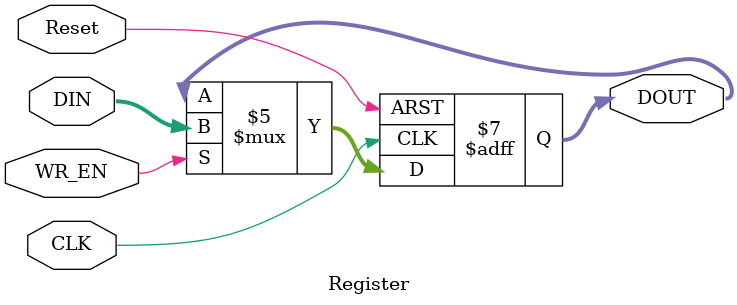
<source format=v>
`timescale 1ns / 1ps

module Register(
		input [15:0] DIN,
		input WR_EN,
		input Reset,
		input CLK,
		output reg [15:0] DOUT
    );
	
	always @(posedge CLK or posedge Reset) begin
		if(Reset == 1)
			DOUT <= 0;
		else if (WR_EN == 1'b1)
				DOUT <= DIN;
		else
			DOUT <= DOUT;
	end
		
endmodule

</source>
